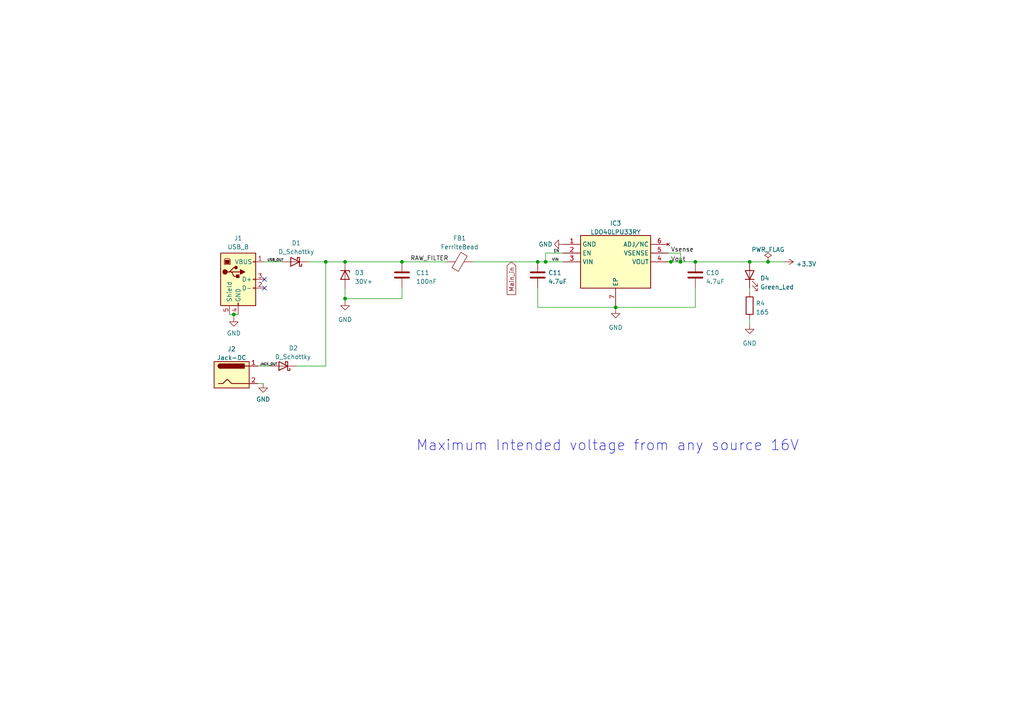
<source format=kicad_sch>
(kicad_sch (version 20230121) (generator eeschema)
  (paper "A4")
  (lib_symbols
    (symbol "Connector:Jack-DC" (pin_names (offset 1.016))
      (property "Reference" "J" (at 0 5.334 0))
      (property "Value" "Jack-DC" (at 0 -5.08 0))
      (symbol "Jack-DC_0_1"
        (rectangle (start -5.08 3.81) (end 5.08 -3.81) (stroke (width 0.254)) (fill (type background)))
        (arc (start -3.302 3.175) (mid -3.9343 2.54) (end -3.302 1.905) (stroke (width 0.254)))
        (arc (start -3.302 3.175) (mid -3.9343 2.54) (end -3.302 1.905) (stroke (width 0.254)) (fill (type outline)))
        (polyline (pts (xy 5.08 2.54) (xy 3.81 2.54)) (stroke (width 0.254)))
        (polyline (pts (xy -3.81 -2.54) (xy -2.54 -2.54) (xy -1.27 -1.27) (xy 0 -2.54) (xy 2.54 -2.54) (xy 5.08 -2.54)) (stroke (width 0.254)))
        (rectangle (start 3.683 3.175) (end -3.302 1.905) (stroke (width 0.254)) (fill (type outline)))
      )
      (symbol "Jack-DC_1_1"
        (pin passive line (at 7.62 2.54 180) (length 2.54) (name "~") (number "1"))
        (pin passive line (at 7.62 -2.54 180) (length 2.54) (name "~") (number "2"))
      )
    )
    (symbol "Connector:USB_B" (pin_names (offset 1.016))
      (property "Reference" "J" (at -5.08 11.43 0))
      (property "Value" "USB_B" (at -5.08 8.89 0))
      (symbol "USB_B_0_1"
        (rectangle (start -5.08 -7.62) (end 5.08 7.62) (stroke (width 0.254)) (fill (type background)))
        (circle (center -3.81 2.159) (radius 0.635) (stroke (width 0.254)) (fill (type outline)))
        (rectangle (start -3.81 5.588) (end -2.54 4.572) (fill (type outline)))
        (circle (center -0.635 3.429) (radius 0.381) (stroke (width 0.254)) (fill (type outline)))
        (rectangle (start -0.127 -7.62) (end 0.127 -6.858))
        (polyline (pts (xy -1.905 2.159) (xy 0.635 2.159)) (stroke (width 0.254)))
        (polyline (pts (xy -3.175 2.159) (xy -2.54 2.159) (xy -1.27 3.429) (xy -0.635 3.429)) (stroke (width 0.254)))
        (polyline (pts (xy -2.54 2.159) (xy -1.905 2.159) (xy -1.27 0.889) (xy 0 0.889)) (stroke (width 0.254)))
        (polyline (pts (xy 0.635 2.794) (xy 0.635 1.524) (xy 1.905 2.159) (xy 0.635 2.794)) (stroke (width 0.254)) (fill (type outline)))
        (polyline (pts (xy -4.064 4.318) (xy -2.286 4.318) (xy -2.286 5.715) (xy -2.667 6.096) (xy -3.683 6.096) (xy -4.064 5.715) (xy -4.064 4.318)))
        (rectangle (start 0.254 1.27) (end -0.508 0.508) (stroke (width 0.254)) (fill (type outline)))
        (rectangle (start 5.08 -2.667) (end 4.318 -2.413))
        (rectangle (start 5.08 -0.127) (end 4.318 0.127))
        (rectangle (start 5.08 4.953) (end 4.318 5.207))
      )
      (symbol "USB_B_1_1"
        (pin power_out line (at 7.62 5.08 180) (length 2.54) (name "VBUS") (number "1"))
        (pin bidirectional line (at 7.62 -2.54 180) (length 2.54) (name "D-") (number "2"))
        (pin bidirectional line (at 7.62 0 180) (length 2.54) (name "D+") (number "3"))
        (pin power_out line (at 0 -10.16 90) (length 2.54) (name "GND") (number "4"))
        (pin passive line (at -2.54 -10.16 90) (length 2.54) (name "Shield") (number "5"))
      )
    )
    (symbol "Custom_Eric:LDO40LPU33RY"
      (property "Reference" "IC3" (at 15.24 6.096 0))
      (property "Value" "LDO40LPU33RY" (at 15.24 3.556 0))
      (symbol "LDO40LPU33RY_1_1"
        (rectangle (start 5.08 2.54) (end 25.4 -12.7) (stroke (width 0.254)) (fill (type background)))
        (pin passive line (at 0 0 0) (length 5.08) (name "GND") (number "1"))
        (pin passive line (at 0 -2.54 0) (length 5.08) (name "EN") (number "2"))
        (pin input line (at 0 -5.08 0) (length 5.08) (name "VIN") (number "3"))
        (pin passive line (at 30.48 -5.08 180) (length 5.08) (name "VOUT") (number "4"))
        (pin passive line (at 30.48 -2.54 180) (length 5.08) (name "VSENSE") (number "5"))
        (pin no_connect line (at 30.48 0 180) (length 5.08) (name "ADJ/NC") (number "6"))
        (pin passive line (at 15.24 -17.78 90) (length 5.08) (name "EP") (number "7"))
      )
    )
    (symbol "Device:C" (pin_numbers hide) (pin_names (offset 0.254))
      (property "Reference" "C" (at 0.635 2.54 0))
      (property "Value" "C" (at 0.635 -2.54 0))
      (symbol "C_0_1"
        (polyline (pts (xy -2.032 -0.762) (xy 2.032 -0.762)) (stroke (width 0.508)))
        (polyline (pts (xy -2.032 0.762) (xy 2.032 0.762)) (stroke (width 0.508)))
      )
      (symbol "C_1_1"
        (pin passive line (at 0 3.81 270) (length 2.794) (name "~") (number "1"))
        (pin passive line (at 0 -3.81 90) (length 2.794) (name "~") (number "2"))
      )
    )
    (symbol "Device:D_Schottky" (pin_numbers hide) (pin_names (offset 1.016) hide)
      (property "Reference" "D" (at 0 2.54 0))
      (property "Value" "D_Schottky" (at 0 -2.54 0))
      (symbol "D_Schottky_0_1"
        (polyline (pts (xy 1.27 0) (xy -1.27 0)))
        (polyline (pts (xy 1.27 1.27) (xy 1.27 -1.27) (xy -1.27 0) (xy 1.27 1.27)) (stroke (width 0.254)))
        (polyline (pts (xy -1.905 0.635) (xy -1.905 1.27) (xy -1.27 1.27) (xy -1.27 -1.27) (xy -0.635 -1.27) (xy -0.635 -0.635)) (stroke (width 0.254)))
      )
      (symbol "D_Schottky_1_1"
        (pin passive line (at -3.81 0 0) (length 2.54) (name "K") (number "1"))
        (pin passive line (at 3.81 0 180) (length 2.54) (name "A") (number "2"))
      )
    )
    (symbol "Device:D_Zener" (pin_numbers hide) (pin_names (offset 1.016) hide)
      (property "Reference" "D" (at 0 2.54 0))
      (property "Value" "D_Zener" (at 0 -2.54 0))
      (symbol "D_Zener_0_1"
        (polyline (pts (xy 1.27 0) (xy -1.27 0)))
        (polyline (pts (xy -1.27 -1.27) (xy -1.27 1.27) (xy -0.762 1.27)) (stroke (width 0.254)))
        (polyline (pts (xy 1.27 -1.27) (xy 1.27 1.27) (xy -1.27 0) (xy 1.27 -1.27)) (stroke (width 0.254)))
      )
      (symbol "D_Zener_1_1"
        (pin passive line (at -3.81 0 0) (length 2.54) (name "K") (number "1"))
        (pin passive line (at 3.81 0 180) (length 2.54) (name "A") (number "2"))
      )
    )
    (symbol "Device:FerriteBead" (pin_numbers hide) (pin_names (offset 0))
      (property "Reference" "FB" (at -3.81 0.635 90))
      (property "Value" "FerriteBead" (at 3.81 0 90))
      (symbol "FerriteBead_0_1"
        (polyline (pts (xy 0 -1.27) (xy 0 -1.2192)))
        (polyline (pts (xy 0 1.27) (xy 0 1.2954)))
        (polyline (pts (xy -2.7686 0.4064) (xy -1.7018 2.2606) (xy 2.7686 -0.3048) (xy 1.6764 -2.159) (xy -2.7686 0.4064)))
      )
      (symbol "FerriteBead_1_1"
        (pin passive line (at 0 3.81 270) (length 2.54) (name "~") (number "1"))
        (pin passive line (at 0 -3.81 90) (length 2.54) (name "~") (number "2"))
      )
    )
    (symbol "Device:LED" (pin_numbers hide) (pin_names (offset 1.016) hide)
      (property "Reference" "D" (at 0 2.54 0))
      (property "Value" "LED" (at 0 -2.54 0))
      (symbol "LED_0_1"
        (polyline (pts (xy -1.27 -1.27) (xy -1.27 1.27)) (stroke (width 0.254)))
        (polyline (pts (xy -1.27 0) (xy 1.27 0)))
        (polyline (pts (xy 1.27 -1.27) (xy 1.27 1.27) (xy -1.27 0) (xy 1.27 -1.27)) (stroke (width 0.254)))
        (polyline (pts (xy -3.048 -0.762) (xy -4.572 -2.286) (xy -3.81 -2.286) (xy -4.572 -2.286) (xy -4.572 -1.524)))
        (polyline (pts (xy -1.778 -0.762) (xy -3.302 -2.286) (xy -2.54 -2.286) (xy -3.302 -2.286) (xy -3.302 -1.524)))
      )
      (symbol "LED_1_1"
        (pin passive line (at -3.81 0 0) (length 2.54) (name "K") (number "1"))
        (pin passive line (at 3.81 0 180) (length 2.54) (name "A") (number "2"))
      )
    )
    (symbol "Device:R" (pin_numbers hide) (pin_names (offset 0))
      (property "Reference" "R" (at 2.032 0 90))
      (property "Value" "R" (at 0 0 90))
      (symbol "R_0_1"
        (rectangle (start -1.016 -2.54) (end 1.016 2.54) (stroke (width 0.254)))
      )
      (symbol "R_1_1"
        (pin passive line (at 0 3.81 270) (length 1.27) (name "~") (number "1"))
        (pin passive line (at 0 -3.81 90) (length 1.27) (name "~") (number "2"))
      )
    )
    (symbol "power:+3.3V" (power) (pin_names (offset 0))
      (property "Value" "+3.3V" (at 0 3.556 0))
      (symbol "+3.3V_0_1"
        (polyline (pts (xy -0.762 1.27) (xy 0 2.54)))
        (polyline (pts (xy 0 0) (xy 0 2.54)))
        (polyline (pts (xy 0 2.54) (xy 0.762 1.27)))
      )
      (symbol "+3.3V_1_1"
        (pin power_in line (at 0 0 90) (length 0) hide (name "+3.3V") (number "1"))
      )
    )
    (symbol "power:GND" (power) (pin_names (offset 0))
      (property "Value" "GND" (at 0 -3.81 0))
      (symbol "GND_0_1"
        (polyline (pts (xy 0 0) (xy 0 -1.27) (xy 1.27 -1.27) (xy 0 -2.54) (xy -1.27 -1.27) (xy 0 -1.27)))
      )
      (symbol "GND_1_1"
        (pin power_in line (at 0 0 270) (length 0) hide (name "GND") (number "1"))
      )
    )
    (symbol "power:PWR_FLAG" (power) (pin_numbers hide) (pin_names (offset 0) hide)
      (property "Value" "PWR_FLAG" (at 0 3.81 0))
      (symbol "PWR_FLAG_0_0"
        (pin power_out line (at 0 0 90) (length 0) (name "pwr") (number "1"))
      )
      (symbol "PWR_FLAG_0_1"
        (polyline (pts (xy 0 0) (xy 0 1.27) (xy -1.016 1.905) (xy 0 2.54) (xy 1.016 1.905) (xy 0 1.27)))
      )
    )
  )
  (junction (at 155.956 75.946))
  (junction (at 158.242 75.946))
  (junction (at 100.076 75.946))
  (junction (at 94.488 75.946))
  (junction (at 197.358 75.946))
  (junction (at 217.424 75.946))
  (junction (at 178.562 89.154))
  (junction (at 222.758 75.946))
  (junction (at 116.586 75.946))
  (junction (at 100.076 86.614))
  (junction (at 67.818 91.186))
  (junction (at 194.564 75.946))
  (junction (at 201.676 75.946))
  (no_connect (at 76.708 81.026))
  (no_connect (at 76.708 83.566))
  (wire (pts (xy 194.564 76.2) (xy 194.564 75.946)))
  (wire (pts (xy 74.803 106.172) (xy 78.359 106.172)))
  (wire (pts (xy 76.327 111.252) (xy 74.803 111.252)))
  (wire (pts (xy 116.586 86.614) (xy 100.076 86.614)))
  (wire (pts (xy 85.979 106.172) (xy 94.488 106.172)))
  (wire (pts (xy 163.322 73.406) (xy 158.242 73.406)))
  (wire (pts (xy 67.818 91.186) (xy 69.088 91.186)))
  (wire (pts (xy 201.676 83.566) (xy 201.676 89.154)))
  (wire (pts (xy 158.242 73.406) (xy 158.242 75.946)))
  (wire (pts (xy 197.358 75.946) (xy 201.676 75.946)))
  (wire (pts (xy 66.548 91.186) (xy 67.818 91.186)))
  (wire (pts (xy 100.076 86.614) (xy 100.076 83.566)))
  (wire (pts (xy 137.16 75.946) (xy 155.956 75.946)))
  (wire (pts (xy 193.802 73.406) (xy 197.358 73.406)))
  (wire (pts (xy 116.586 83.566) (xy 116.586 86.614)))
  (wire (pts (xy 158.242 75.946) (xy 155.956 75.946)))
  (wire (pts (xy 100.076 75.946) (xy 116.586 75.946)))
  (wire (pts (xy 178.562 89.154) (xy 178.562 88.646)))
  (wire (pts (xy 194.564 75.946) (xy 193.802 75.946)))
  (wire (pts (xy 197.358 73.406) (xy 197.358 75.946)))
  (wire (pts (xy 155.956 89.154) (xy 178.562 89.154)))
  (wire (pts (xy 201.676 89.154) (xy 178.562 89.154)))
  (wire (pts (xy 94.488 75.946) (xy 100.076 75.946)))
  (wire (pts (xy 178.562 89.662) (xy 178.562 89.154)))
  (wire (pts (xy 217.424 92.456) (xy 217.424 94.234)))
  (wire (pts (xy 94.488 75.946) (xy 94.488 106.172)))
  (wire (pts (xy 201.676 75.946) (xy 217.424 75.946)))
  (wire (pts (xy 100.076 87.376) (xy 100.076 86.614)))
  (wire (pts (xy 217.424 84.836) (xy 217.424 83.566)))
  (wire (pts (xy 163.322 75.946) (xy 158.242 75.946)))
  (wire (pts (xy 89.408 75.946) (xy 94.488 75.946)))
  (wire (pts (xy 129.54 75.946) (xy 116.586 75.946)))
  (wire (pts (xy 81.788 75.946) (xy 76.708 75.946)))
  (wire (pts (xy 197.358 75.946) (xy 194.564 75.946)))
  (wire (pts (xy 217.424 75.946) (xy 222.758 75.946)))
  (wire (pts (xy 155.956 83.566) (xy 155.956 89.154)))
  (wire (pts (xy 67.818 91.186) (xy 67.818 92.075)))
  (wire (pts (xy 222.758 75.946) (xy 227.584 75.946)))
  (text "Maximum Intended voltage from any source 16V" (at 120.65 131.064 0) (effects (font (size 3 3)) (justify left bottom)))
  (label "JACK_OUT" (at 75.311 106.172 0) (effects (font (size 0.7 0.7))))
  (label "RAW_FILTER" (at 118.999 75.946 0))
  (label "EN" (at 160.528 73.406 0) (effects (font (size 0.8 0.8))))
  (label "USB_OUT" (at 77.47 75.946 0) (effects (font (size 0.7 0.7))))
  (label "VIN" (at 160.02 75.946 0) (effects (font (size 0.8 0.8))))
  (label "Vsense" (at 194.564 73.406 0))
  (label "Vout" (at 194.564 76.2 0))
  (global_label "Main_in" (shape input) (at 148.336 75.946 270) (property "Intersheetrefs" "${INTERSHEET_REFS}" (effects hide)))
  (symbol (lib_id "Device:FerriteBead") (at 133.35 75.946 90) (unit 1)
    (property "Reference" "FB1" (at 133.2992 69.088 90))
    (property "Value" "FerriteBead" (at 133.2992 71.628 90))
    (property "Footprint" "Inductor_SMD:L_1206_3216Metric_Pad1.22x1.90mm_HandSolder" (effects hide))
  )
  (symbol (lib_id "power:GND") (at 67.818 92.075 0) (unit 1)
    (property "Reference" "#PWR013" (effects hide))
    (property "Value" "GND" (at 67.818 96.647 0))
  )
  (symbol (lib_id "power:PWR_FLAG") (at 222.758 75.946 0) (unit 1)
    (property "Reference" "#FLG01" (effects hide))
    (property "Value" "PWR_FLAG" (at 222.758 72.39 0))
  )
  (symbol (lib_id "Device:R") (at 217.424 88.646 0) (unit 1)
    (property "Reference" "R4" (at 219.202 88.011 0) (effects (justify left)))
    (property "Value" "165" (at 219.202 90.551 0) (effects (justify left)))
    (property "Footprint" "Resistor_SMD:R_0402_1005Metric_Pad0.72x0.64mm_HandSolder" (effects hide))
  )
  (symbol (lib_id "power:GND") (at 217.424 94.234 0) (unit 1)
    (property "Reference" "#PWR016" (effects hide))
    (property "Value" "GND" (at 217.424 99.568 0))
    (instances (project "Power_Supply" (path "" (reference "#PWR016") (unit 1)) (path "" (reference "#PWR035") (unit 1))))
  )
  (symbol (lib_id "Device:LED") (at 217.424 79.756 90) (unit 1)
    (property "Reference" "D4" (at 220.472 80.7085 90) (effects (justify right)))
    (property "Value" "Green_Led" (at 220.472 83.2485 90) (effects (justify right)))
    (property "Footprint" "LED_SMD:LED_0805_2012Metric_Pad1.15x1.40mm_HandSolder" (effects hide))
  )
  (symbol (lib_id "Custom_Eric:LDO40LPU33RY") (at 163.322 70.866 0) (unit 1)
    (property "Reference" "IC3" (at 178.562 64.77 0))
    (property "Value" "LDO40LPU33RY" (at 178.562 67.31 0))
    (property "Footprint" "Custom_eric:SON95P300X300X90-7N-D" (effects hide))
    (property "Datasheet" "https://www.st.com/resource/en/datasheet/ldo40l.pdf" (effects hide))
    (property "Height" "0.9" (effects hide))
    (property "Mouser Part Number" "511-LDO40LPU33RY" (effects hide))
    (property "Mouser Price/Stock" "https://www.mouser.co.uk/ProductDetail/STMicroelectronics/LDO40LPU33RY?qs=qSfuJ%252Bfl%2Fd5qazWclm%2Ffpg%3D%3D" (effects hide))
    (property "Manufacturer_Name" "STMicroelectronics" (effects hide))
    (property "Manufacturer_Part_Number" "LDO40LPU33RY" (effects hide))
  )
  (symbol (lib_id "Connector:USB_B") (at 69.088 81.026 0) (unit 1)
    (property "Reference" "J1" (at 69.088 69.088 0))
    (property "Value" "USB_B" (at 69.088 71.628 0))
    (property "Footprint" "Custom_eric:21745072" (effects hide))
    (property "Datasheet" " ~" (effects hide))
    (instances (project "Power_Supply" (path "" (reference "J1") (unit 1)) (path "" (reference "J2") (unit 1))))
  )
  (symbol (lib_id "power:GND") (at 100.076 87.376 0) (unit 1)
    (property "Reference" "#PWR016" (effects hide))
    (property "Value" "GND" (at 100.076 92.71 0))
    (instances (project "Power_Supply" (path "" (reference "#PWR016") (unit 1)) (path "" (reference "#PWR019") (unit 1))))
  )
  (symbol (lib_id "Device:D_Zener") (at 100.076 79.756 270) (unit 1)
    (property "Reference" "D3" (at 102.87 79.121 90) (effects (justify left)))
    (property "Value" "30V+" (at 102.87 81.661 90) (effects (justify left)))
    (property "Footprint" "Diode_SMD:D_SOD-123" (effects hide))
  )
  (symbol (lib_id "Device:D_Schottky") (at 82.169 106.172 180) (unit 1)
    (property "Reference" "D2" (at 85.09 100.965 0))
    (property "Value" "D_Schottky" (at 84.963 103.505 0))
    (property "Footprint" "Diode_SMD:D_MicroSMP_AK" (effects hide))
    (instances (project "Power_Supply" (path "" (reference "D2") (unit 1)) (path "" (reference "D1") (unit 1))))
  )
  (symbol (lib_id "Device:C") (at 155.956 79.756 0) (unit 1)
    (property "Reference" "C11" (at 159.004 79.121 0) (effects (justify left)))
    (property "Value" "4.7uF" (at 159.004 81.661 0) (effects (justify left)))
    (property "Footprint" "Capacitor_SMD:C_0603_1608Metric_Pad1.08x0.95mm_HandSolder" (effects hide))
    (instances (project "Power_Supply" (path "" (reference "C11") (unit 1)) (path "" (reference "C10") (unit 1))))
  )
  (symbol (lib_id "power:GND") (at 76.327 111.252 0) (unit 1)
    (property "Reference" "#PWR014" (effects hide))
    (property "Value" "GND" (at 76.327 115.824 0))
  )
  (symbol (lib_id "Device:C") (at 116.586 79.756 0) (unit 1)
    (property "Reference" "C11" (at 120.65 79.121 0) (effects (justify left)))
    (property "Value" "100nF" (at 120.65 81.661 0) (effects (justify left)))
    (property "Footprint" "Capacitor_SMD:C_0603_1608Metric_Pad1.08x0.95mm_HandSolder" (effects hide))
    (instances (project "Power_Supply" (path "" (reference "C11") (unit 1)) (path "" (reference "C24") (unit 1))))
  )
  (symbol (lib_id "Connector:Jack-DC") (at 67.183 108.712 0) (unit 1)
    (property "Reference" "J2" (at 67.183 101.219 0))
    (property "Value" "Jack-DC" (at 67.183 103.759 0))
    (property "Footprint" "Connector_BarrelJack:BarrelJack_CUI_PJ-063AH_Horizontal_CircularHoles" (effects hide))
    (instances (project "Power_Supply" (path "" (reference "J2") (unit 1)) (path "" (reference "J1") (unit 1))))
  )
  (symbol (lib_id "Device:C") (at 201.676 79.756 0) (unit 1)
    (property "Reference" "C10" (at 204.724 79.121 0) (effects (justify left)))
    (property "Value" "4.7uF" (at 204.724 81.661 0) (effects (justify left)))
    (property "Footprint" "Capacitor_SMD:C_0603_1608Metric_Pad1.08x0.95mm_HandSolder" (effects hide))
    (instances (project "Power_Supply" (path "" (reference "C10") (unit 1)) (path "" (reference "C11") (unit 1))))
  )
  (symbol (lib_id "Device:D_Schottky") (at 85.598 75.946 180) (unit 1)
    (property "Reference" "D1" (at 85.9155 70.485 0))
    (property "Value" "D_Schottky" (at 85.9155 73.025 0))
    (property "Footprint" "Diode_SMD:D_MicroSMP_AK" (effects hide))
    (instances (project "Power_Supply" (path "" (reference "D1") (unit 1)) (path "" (reference "D2") (unit 1))))
  )
  (symbol (lib_id "power:GND") (at 178.562 89.662 0) (unit 1)
    (property "Reference" "#PWR016" (effects hide))
    (property "Value" "GND" (at 178.562 94.996 0))
    (instances (project "Power_Supply" (path "" (reference "#PWR016") (unit 1)) (path "" (reference "#PWR017") (unit 1))))
  )
  (symbol (lib_id "power:GND") (at 163.322 70.866 270) (unit 1)
    (property "Reference" "#PWR017" (effects hide))
    (property "Value" "GND" (at 160.274 70.866 90) (effects (justify right)))
    (instances (project "Power_Supply" (path "" (reference "#PWR017") (unit 1)) (path "" (reference "#PWR016") (unit 1))))
  )
  (symbol (lib_id "power:+3.3V") (at 227.584 75.946 270) (unit 1)
    (property "Reference" "#PWR018" (effects hide))
    (property "Value" "+3.3V" (at 230.886 76.581 90) (effects (justify left)))
  )
)
</source>
